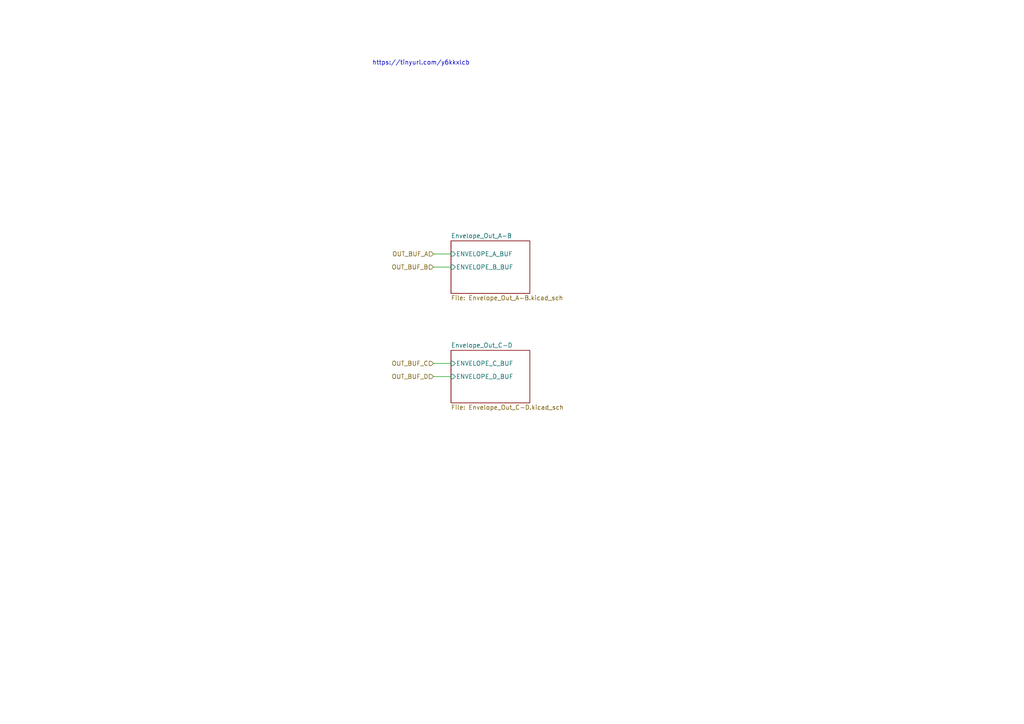
<source format=kicad_sch>
(kicad_sch (version 20211123) (generator eeschema)
  (paper "A4")
  (title_block (title "Polyphonic Envelope") (date "2022-01-02") (rev "1.0"))
  (lib_symbols)
  (wire (pts (xy 125.73 73.66) (xy 130.81 73.66)))
  (wire (pts (xy 125.73 105.41) (xy 130.81 105.41)))
  (wire (pts (xy 125.73 77.47) (xy 130.81 77.47)))
  (wire (pts (xy 125.73 109.22) (xy 130.81 109.22)))
  (text "https://tinyurl.com/y6kkxlcb" (at 107.95 19.05 0) (effects (font (size 1.27 1.27)) (justify left bottom)))
  (hierarchical_label "OUT_BUF_C" (shape input) (at 125.73 105.41 180))
  (hierarchical_label "OUT_BUF_A" (shape input) (at 125.73 73.66 180))
  (hierarchical_label "OUT_BUF_B" (shape input) (at 125.73 77.47 180))
  (hierarchical_label "OUT_BUF_D" (shape input) (at 125.73 109.22 180))
  (sheet (at 130.81 69.85) (size 22.86 15.24)
    (property "Sheet name" "Envelope_Out_A-B" (at 130.81 69.1384 0) (effects (justify left bottom)))
    (property "Sheet file" "Envelope_Out_A-B.kicad_sch" (at 130.81 85.6746 0) (effects (justify left top)))
    (pin "ENVELOPE_B_BUF" input (at 130.81 77.47 180))
    (pin "ENVELOPE_A_BUF" input (at 130.81 73.66 180))
  )
  (sheet (at 130.81 101.6) (size 22.86 15.24)
    (property "Sheet name" "Envelope_Out_C-D" (at 130.81 100.8884 0) (effects (justify left bottom)))
    (property "Sheet file" "Envelope_Out_C-D.kicad_sch" (at 130.81 117.4246 0) (effects (justify left top)))
    (pin "ENVELOPE_C_BUF" input (at 130.81 105.41 180))
    (pin "ENVELOPE_D_BUF" input (at 130.81 109.22 180))
  )
)
</source>
